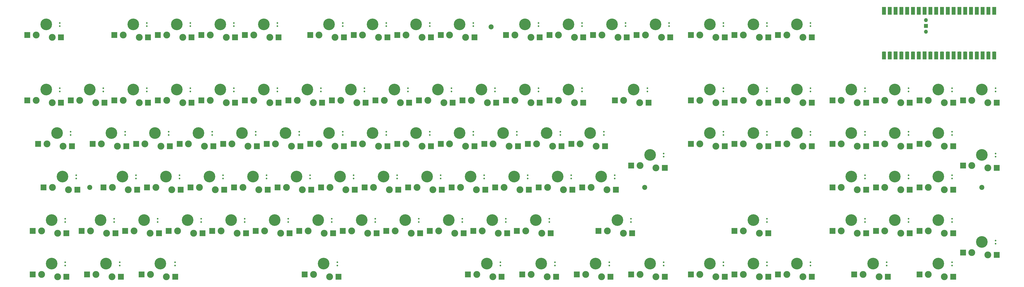
<source format=gbr>
%TF.GenerationSoftware,KiCad,Pcbnew,8.0.8*%
%TF.CreationDate,2025-04-08T21:15:21+02:00*%
%TF.ProjectId,TP-Board-iso105,54502d42-6f61-4726-942d-69736f313035,rev?*%
%TF.SameCoordinates,Original*%
%TF.FileFunction,Soldermask,Bot*%
%TF.FilePolarity,Negative*%
%FSLAX46Y46*%
G04 Gerber Fmt 4.6, Leading zero omitted, Abs format (unit mm)*
G04 Created by KiCad (PCBNEW 8.0.8) date 2025-04-08 21:15:21*
%MOMM*%
%LPD*%
G01*
G04 APERTURE LIST*
G04 Aperture macros list*
%AMRoundRect*
0 Rectangle with rounded corners*
0 $1 Rounding radius*
0 $2 $3 $4 $5 $6 $7 $8 $9 X,Y pos of 4 corners*
0 Add a 4 corners polygon primitive as box body*
4,1,4,$2,$3,$4,$5,$6,$7,$8,$9,$2,$3,0*
0 Add four circle primitives for the rounded corners*
1,1,$1+$1,$2,$3*
1,1,$1+$1,$4,$5*
1,1,$1+$1,$6,$7*
1,1,$1+$1,$8,$9*
0 Add four rect primitives between the rounded corners*
20,1,$1+$1,$2,$3,$4,$5,0*
20,1,$1+$1,$4,$5,$6,$7,0*
20,1,$1+$1,$6,$7,$8,$9,0*
20,1,$1+$1,$8,$9,$2,$3,0*%
G04 Aperture macros list end*
%ADD10C,3.000000*%
%ADD11C,5.100000*%
%ADD12R,2.550000X2.550000*%
%ADD13C,2.200000*%
%ADD14RoundRect,0.150000X0.200000X-0.150000X0.200000X0.150000X-0.200000X0.150000X-0.200000X-0.150000X0*%
%ADD15O,1.700000X1.700000*%
%ADD16R,1.700000X3.500000*%
%ADD17R,1.700000X1.700000*%
G04 APERTURE END LIST*
D10*
%TO.C,SW26*%
X205150000Y-71375000D03*
D11*
X209550000Y-66675000D03*
D10*
X212150000Y-72425000D03*
D12*
X201275000Y-71375000D03*
X216025000Y-72425000D03*
%TD*%
D10*
%TO.C,SW71*%
X276587500Y-109475000D03*
D11*
X280987500Y-104775000D03*
D10*
X283587500Y-110525000D03*
D12*
X272712500Y-109475000D03*
X287462500Y-110525000D03*
%TD*%
D10*
%TO.C,SW67*%
X200387500Y-109475000D03*
D11*
X204787500Y-104775000D03*
D10*
X207387500Y-110525000D03*
D12*
X196512500Y-109475000D03*
X211262500Y-110525000D03*
%TD*%
D10*
%TO.C,SW42*%
X119425000Y-90425000D03*
D11*
X123825000Y-85725000D03*
D10*
X126425000Y-91475000D03*
D12*
X115550000Y-90425000D03*
X130300000Y-91475000D03*
%TD*%
D10*
%TO.C,SW66*%
X181337500Y-109475000D03*
D11*
X185737500Y-104775000D03*
D10*
X188337500Y-110525000D03*
D12*
X177462500Y-109475000D03*
X192212500Y-110525000D03*
%TD*%
D10*
%TO.C,SW21*%
X109900000Y-71375000D03*
D11*
X114300000Y-66675000D03*
D10*
X116900000Y-72425000D03*
D12*
X106025000Y-71375000D03*
X120775000Y-72425000D03*
%TD*%
D10*
%TO.C,SW16*%
X362312500Y-42800000D03*
D11*
X366712500Y-38100000D03*
D10*
X369312500Y-43850000D03*
D12*
X358437500Y-42800000D03*
X373187500Y-43850000D03*
%TD*%
D10*
%TO.C,SW76*%
X57512500Y-128525000D03*
D11*
X61912500Y-123825000D03*
D10*
X64512500Y-129575000D03*
D12*
X53637500Y-128525000D03*
X68387500Y-129575000D03*
%TD*%
D10*
%TO.C,SW58*%
X443275000Y-99950000D03*
D11*
X447675000Y-95250000D03*
D10*
X450275000Y-101000000D03*
D12*
X439400000Y-99950000D03*
X454150000Y-101000000D03*
%TD*%
D10*
%TO.C,SW88*%
X343262500Y-128525000D03*
D11*
X347662500Y-123825000D03*
D10*
X350262500Y-129575000D03*
D12*
X339387500Y-128525000D03*
X354137500Y-129575000D03*
%TD*%
D10*
%TO.C,SW50*%
X271825000Y-90425000D03*
D11*
X276225000Y-85725000D03*
D10*
X278825000Y-91475000D03*
D12*
X267950000Y-90425000D03*
X282700000Y-91475000D03*
%TD*%
D10*
%TO.C,SW87*%
X283731250Y-128525000D03*
D11*
X288131250Y-123825000D03*
D10*
X290731250Y-129575000D03*
D12*
X279856250Y-128525000D03*
X294606250Y-129575000D03*
%TD*%
D10*
%TO.C,SW57*%
X424225000Y-90425000D03*
D11*
X428625000Y-85725000D03*
D10*
X431225000Y-91475000D03*
D12*
X420350000Y-90425000D03*
X435100000Y-91475000D03*
%TD*%
D10*
%TO.C,SW34*%
X386125000Y-71375000D03*
D11*
X390525000Y-66675000D03*
D10*
X393125000Y-72425000D03*
D12*
X382250000Y-71375000D03*
X397000000Y-72425000D03*
%TD*%
D10*
%TO.C,SW14*%
X324212500Y-42800000D03*
D11*
X328612500Y-38100000D03*
D10*
X331212500Y-43850000D03*
D12*
X320337500Y-42800000D03*
X335087500Y-43850000D03*
%TD*%
D10*
%TO.C,SW22*%
X128950000Y-71375000D03*
D11*
X133350000Y-66675000D03*
D10*
X135950000Y-72425000D03*
D12*
X125075000Y-71375000D03*
X139825000Y-72425000D03*
%TD*%
D10*
%TO.C,SW11*%
X262300000Y-42800000D03*
D11*
X266700000Y-38100000D03*
D10*
X269300000Y-43850000D03*
D12*
X258425000Y-42800000D03*
X273175000Y-43850000D03*
%TD*%
D10*
%TO.C,SW12*%
X281350000Y-42800000D03*
D11*
X285750000Y-38100000D03*
D10*
X288350000Y-43850000D03*
D12*
X277475000Y-42800000D03*
X292225000Y-43850000D03*
%TD*%
D10*
%TO.C,SW94*%
X59893750Y-147575000D03*
D11*
X64293750Y-142875000D03*
D10*
X66893750Y-148625000D03*
D12*
X56018750Y-147575000D03*
X70768750Y-148625000D03*
%TD*%
D10*
%TO.C,SW55*%
X386125000Y-90425000D03*
D11*
X390525000Y-85725000D03*
D10*
X393125000Y-91475000D03*
D12*
X382250000Y-90425000D03*
X397000000Y-91475000D03*
%TD*%
D10*
%TO.C,SW83*%
X190862500Y-128525000D03*
D11*
X195262500Y-123825000D03*
D10*
X197862500Y-129575000D03*
D12*
X186987500Y-128525000D03*
X201737500Y-129575000D03*
%TD*%
D10*
%TO.C,SW5*%
X128950000Y-42800000D03*
D11*
X133350000Y-38100000D03*
D10*
X135950000Y-43850000D03*
D12*
X125075000Y-42800000D03*
X139825000Y-43850000D03*
%TD*%
D10*
%TO.C,SW73*%
X405175000Y-109475000D03*
D11*
X409575000Y-104775000D03*
D10*
X412175000Y-110525000D03*
D12*
X401300000Y-109475000D03*
X416050000Y-110525000D03*
%TD*%
D10*
%TO.C,SW8*%
X195625000Y-42800000D03*
D11*
X200025000Y-38100000D03*
D10*
X202625000Y-43850000D03*
D12*
X191750000Y-42800000D03*
X206500000Y-43850000D03*
%TD*%
D10*
%TO.C,SW86*%
X248012500Y-128525000D03*
D11*
X252412500Y-123825000D03*
D10*
X255012500Y-129575000D03*
D12*
X244137500Y-128525000D03*
X258887500Y-129575000D03*
%TD*%
D10*
%TO.C,SW45*%
X176575000Y-90425000D03*
D11*
X180975000Y-85725000D03*
D10*
X183575000Y-91475000D03*
D12*
X172700000Y-90425000D03*
X187450000Y-91475000D03*
%TD*%
D10*
%TO.C,SW91*%
X424225000Y-128525000D03*
D11*
X428625000Y-123825000D03*
D10*
X431225000Y-129575000D03*
D12*
X420350000Y-128525000D03*
X435100000Y-129575000D03*
%TD*%
D10*
%TO.C,SW90*%
X405175000Y-128525000D03*
D11*
X409575000Y-123825000D03*
D10*
X412175000Y-129575000D03*
D12*
X401300000Y-128525000D03*
X416050000Y-129575000D03*
%TD*%
D10*
%TO.C,SW92*%
X443275000Y-138050000D03*
D11*
X447675000Y-133350000D03*
D10*
X450275000Y-139100000D03*
D12*
X439400000Y-138050000D03*
X454150000Y-139100000D03*
%TD*%
D10*
%TO.C,SW98*%
X250393750Y-147575000D03*
D11*
X254793750Y-142875000D03*
D10*
X257393750Y-148625000D03*
D12*
X246518750Y-147575000D03*
X261268750Y-148625000D03*
%TD*%
D13*
%TO.C,H2*%
X300037500Y-109537500D03*
%TD*%
D10*
%TO.C,SW37*%
X443275000Y-71375000D03*
D11*
X447675000Y-66675000D03*
D10*
X450275000Y-72425000D03*
D12*
X439400000Y-71375000D03*
X454150000Y-72425000D03*
%TD*%
D10*
%TO.C,SW62*%
X105137500Y-109475000D03*
D11*
X109537500Y-104775000D03*
D10*
X112137500Y-110525000D03*
D12*
X101262500Y-109475000D03*
X116012500Y-110525000D03*
%TD*%
D10*
%TO.C,SW7*%
X176575000Y-42800000D03*
D11*
X180975000Y-38100000D03*
D10*
X183575000Y-43850000D03*
D12*
X172700000Y-42800000D03*
X187450000Y-43850000D03*
%TD*%
D10*
%TO.C,SW3*%
X90850000Y-42800000D03*
D11*
X95250000Y-38100000D03*
D10*
X97850000Y-43850000D03*
D12*
X86975000Y-42800000D03*
X101725000Y-43850000D03*
%TD*%
D10*
%TO.C,SW65*%
X162287500Y-109475000D03*
D11*
X166687500Y-104775000D03*
D10*
X169287500Y-110525000D03*
D12*
X158412500Y-109475000D03*
X173162500Y-110525000D03*
%TD*%
D10*
%TO.C,SW46*%
X195625000Y-90425000D03*
D11*
X200025000Y-85725000D03*
D10*
X202625000Y-91475000D03*
D12*
X191750000Y-90425000D03*
X206500000Y-91475000D03*
%TD*%
D10*
%TO.C,SW49*%
X252775000Y-90425000D03*
D11*
X257175000Y-85725000D03*
D10*
X259775000Y-91475000D03*
D12*
X248900000Y-90425000D03*
X263650000Y-91475000D03*
%TD*%
D10*
%TO.C,SW33*%
X362312500Y-71375000D03*
D11*
X366712500Y-66675000D03*
D10*
X369312500Y-72425000D03*
D12*
X358437500Y-71375000D03*
X373187500Y-72425000D03*
%TD*%
D10*
%TO.C,SW103*%
X362312500Y-147575000D03*
D11*
X366712500Y-142875000D03*
D10*
X369312500Y-148625000D03*
D12*
X358437500Y-147575000D03*
X373187500Y-148625000D03*
%TD*%
D10*
%TO.C,SW63*%
X124187500Y-109475000D03*
D11*
X128587500Y-104775000D03*
D10*
X131187500Y-110525000D03*
D12*
X120312500Y-109475000D03*
X135062500Y-110525000D03*
%TD*%
D10*
%TO.C,SW43*%
X138475000Y-90425000D03*
D11*
X142875000Y-85725000D03*
D10*
X145475000Y-91475000D03*
D12*
X134600000Y-90425000D03*
X149350000Y-91475000D03*
%TD*%
D10*
%TO.C,SW53*%
X343262500Y-90425000D03*
D11*
X347662500Y-85725000D03*
D10*
X350262500Y-91475000D03*
D12*
X339387500Y-90425000D03*
X354137500Y-91475000D03*
%TD*%
D10*
%TO.C,SW61*%
X86087500Y-109475000D03*
D11*
X90487500Y-104775000D03*
D10*
X93087500Y-110525000D03*
D12*
X82212500Y-109475000D03*
X96962500Y-110525000D03*
%TD*%
D10*
%TO.C,SW36*%
X424225000Y-71375000D03*
D11*
X428625000Y-66675000D03*
D10*
X431225000Y-72425000D03*
D12*
X420350000Y-71375000D03*
X435100000Y-72425000D03*
%TD*%
D10*
%TO.C,SW35*%
X405175000Y-71375000D03*
D11*
X409575000Y-66675000D03*
D10*
X412175000Y-72425000D03*
D12*
X401300000Y-71375000D03*
X416050000Y-72425000D03*
%TD*%
D10*
%TO.C,SW25*%
X186100000Y-71375000D03*
D11*
X190500000Y-66675000D03*
D10*
X193100000Y-72425000D03*
D12*
X182225000Y-71375000D03*
X196975000Y-72425000D03*
%TD*%
D10*
%TO.C,SW97*%
X226581250Y-147575000D03*
D11*
X230981250Y-142875000D03*
D10*
X233581250Y-148625000D03*
D12*
X222706250Y-147575000D03*
X237456250Y-148625000D03*
%TD*%
D10*
%TO.C,SW93*%
X36081250Y-147575000D03*
D11*
X40481250Y-142875000D03*
D10*
X43081250Y-148625000D03*
D12*
X32206250Y-147575000D03*
X46956250Y-148625000D03*
%TD*%
D10*
%TO.C,SW39*%
X62275000Y-90425000D03*
D11*
X66675000Y-85725000D03*
D10*
X69275000Y-91475000D03*
D12*
X58400000Y-90425000D03*
X73150000Y-91475000D03*
%TD*%
D10*
%TO.C,SW31*%
X324212500Y-71375000D03*
D11*
X328612500Y-66675000D03*
D10*
X331212500Y-72425000D03*
D12*
X320337500Y-71375000D03*
X335087500Y-72425000D03*
%TD*%
D10*
%TO.C,SW47*%
X214675000Y-90425000D03*
D11*
X219075000Y-85725000D03*
D10*
X221675000Y-91475000D03*
D12*
X210800000Y-90425000D03*
X225550000Y-91475000D03*
%TD*%
D10*
%TO.C,SW60*%
X67037500Y-109475000D03*
D11*
X71437500Y-104775000D03*
D10*
X74037500Y-110525000D03*
D12*
X63162500Y-109475000D03*
X77912500Y-110525000D03*
%TD*%
D10*
%TO.C,SW29*%
X262300000Y-71375000D03*
D11*
X266700000Y-66675000D03*
D10*
X269300000Y-72425000D03*
D12*
X258425000Y-71375000D03*
X273175000Y-72425000D03*
%TD*%
D10*
%TO.C,SW6*%
X157525000Y-42800000D03*
D11*
X161925000Y-38100000D03*
D10*
X164525000Y-43850000D03*
D12*
X153650000Y-42800000D03*
X168400000Y-43850000D03*
%TD*%
D10*
%TO.C,SW13*%
X300400000Y-42800000D03*
D11*
X304800000Y-38100000D03*
D10*
X307400000Y-43850000D03*
D12*
X296525000Y-42800000D03*
X311275000Y-43850000D03*
%TD*%
D10*
%TO.C,SW17*%
X33700000Y-71375000D03*
D11*
X38100000Y-66675000D03*
D10*
X40700000Y-72425000D03*
D12*
X29825000Y-71375000D03*
X44575000Y-72425000D03*
%TD*%
D10*
%TO.C,SW105*%
X424225000Y-147575000D03*
D11*
X428625000Y-142875000D03*
D10*
X431225000Y-148625000D03*
D12*
X420350000Y-147575000D03*
X435100000Y-148625000D03*
%TD*%
D10*
%TO.C,SW18*%
X52750000Y-71375000D03*
D11*
X57150000Y-66675000D03*
D10*
X59750000Y-72425000D03*
D12*
X48875000Y-71375000D03*
X63625000Y-72425000D03*
%TD*%
D10*
%TO.C,SW54*%
X362312500Y-90425000D03*
D11*
X366712500Y-85725000D03*
D10*
X369312500Y-91475000D03*
D12*
X358437500Y-90425000D03*
X373187500Y-91475000D03*
%TD*%
D10*
%TO.C,SW69*%
X238487500Y-109475000D03*
D11*
X242887500Y-104775000D03*
D10*
X245487500Y-110525000D03*
D12*
X234612500Y-109475000D03*
X249362500Y-110525000D03*
%TD*%
D10*
%TO.C,SW79*%
X114662500Y-128525000D03*
D11*
X119062500Y-123825000D03*
D10*
X121662500Y-129575000D03*
D12*
X110787500Y-128525000D03*
X125537500Y-129575000D03*
%TD*%
D10*
%TO.C,SW74*%
X424225000Y-109475000D03*
D11*
X428625000Y-104775000D03*
D10*
X431225000Y-110525000D03*
D12*
X420350000Y-109475000D03*
X435100000Y-110525000D03*
%TD*%
D10*
%TO.C,SW75*%
X36081250Y-128525000D03*
D11*
X40481250Y-123825000D03*
D10*
X43081250Y-129575000D03*
D12*
X32206250Y-128525000D03*
X46956250Y-129575000D03*
%TD*%
D10*
%TO.C,SW51*%
X298018750Y-99950000D03*
D11*
X302418750Y-95250000D03*
D10*
X305018750Y-101000000D03*
D12*
X294143750Y-99950000D03*
X308893750Y-101000000D03*
%TD*%
D10*
%TO.C,SW20*%
X90850000Y-71375000D03*
D11*
X95250000Y-66675000D03*
D10*
X97850000Y-72425000D03*
D12*
X86975000Y-71375000D03*
X101725000Y-72425000D03*
%TD*%
D10*
%TO.C,SW64*%
X143237500Y-109475000D03*
D11*
X147637500Y-104775000D03*
D10*
X150237500Y-110525000D03*
D12*
X139362500Y-109475000D03*
X154112500Y-110525000D03*
%TD*%
D10*
%TO.C,SW38*%
X38462500Y-90425000D03*
D11*
X42862500Y-85725000D03*
D10*
X45462500Y-91475000D03*
D12*
X34587500Y-90425000D03*
X49337500Y-91475000D03*
%TD*%
D10*
%TO.C,SW24*%
X167050000Y-71375000D03*
D11*
X171450000Y-66675000D03*
D10*
X174050000Y-72425000D03*
D12*
X163175000Y-71375000D03*
X177925000Y-72425000D03*
%TD*%
D13*
%TO.C,H1*%
X57150000Y-109537500D03*
%TD*%
%TO.C,H3*%
X447675000Y-109537500D03*
%TD*%
D10*
%TO.C,SW89*%
X386125000Y-128525000D03*
D11*
X390525000Y-123825000D03*
D10*
X393125000Y-129575000D03*
D12*
X382250000Y-128525000D03*
X397000000Y-129575000D03*
%TD*%
D10*
%TO.C,SW10*%
X243250000Y-42800000D03*
D11*
X247650000Y-38100000D03*
D10*
X250250000Y-43850000D03*
D12*
X239375000Y-42800000D03*
X254125000Y-43850000D03*
%TD*%
D10*
%TO.C,SW84*%
X209912500Y-128525000D03*
D11*
X214312500Y-123825000D03*
D10*
X216912500Y-129575000D03*
D12*
X206037500Y-128525000D03*
X220787500Y-129575000D03*
%TD*%
D10*
%TO.C,SW28*%
X243250000Y-71375000D03*
D11*
X247650000Y-66675000D03*
D10*
X250250000Y-72425000D03*
D12*
X239375000Y-71375000D03*
X254125000Y-72425000D03*
%TD*%
D10*
%TO.C,SW82*%
X171812500Y-128525000D03*
D11*
X176212500Y-123825000D03*
D10*
X178812500Y-129575000D03*
D12*
X167937500Y-128525000D03*
X182687500Y-129575000D03*
%TD*%
D10*
%TO.C,SW48*%
X233725000Y-90425000D03*
D11*
X238125000Y-85725000D03*
D10*
X240725000Y-91475000D03*
D12*
X229850000Y-90425000D03*
X244600000Y-91475000D03*
%TD*%
D10*
%TO.C,SW70*%
X257537500Y-109475000D03*
D11*
X261937500Y-104775000D03*
D10*
X264537500Y-110525000D03*
D12*
X253662500Y-109475000D03*
X268412500Y-110525000D03*
%TD*%
D10*
%TO.C,SW102*%
X343262500Y-147575000D03*
D11*
X347662500Y-142875000D03*
D10*
X350262500Y-148625000D03*
D12*
X339387500Y-147575000D03*
X354137500Y-148625000D03*
%TD*%
D10*
%TO.C,SW44*%
X157525000Y-90425000D03*
D11*
X161925000Y-85725000D03*
D10*
X164525000Y-91475000D03*
D12*
X153650000Y-90425000D03*
X168400000Y-91475000D03*
%TD*%
D10*
%TO.C,SW27*%
X224200000Y-71375000D03*
D11*
X228600000Y-66675000D03*
D10*
X231200000Y-72425000D03*
D12*
X220325000Y-71375000D03*
X235075000Y-72425000D03*
%TD*%
D10*
%TO.C,SW95*%
X83706250Y-147575000D03*
D11*
X88106250Y-142875000D03*
D10*
X90706250Y-148625000D03*
D12*
X79831250Y-147575000D03*
X94581250Y-148625000D03*
%TD*%
D10*
%TO.C,SW68*%
X219437500Y-109475000D03*
D11*
X223837500Y-104775000D03*
D10*
X226437500Y-110525000D03*
D12*
X215562500Y-109475000D03*
X230312500Y-110525000D03*
%TD*%
D10*
%TO.C,SW104*%
X395650000Y-147575000D03*
D11*
X400050000Y-142875000D03*
D10*
X402650000Y-148625000D03*
D12*
X391775000Y-147575000D03*
X406525000Y-148625000D03*
%TD*%
D10*
%TO.C,SW78*%
X95612500Y-128525000D03*
D11*
X100012500Y-123825000D03*
D10*
X102612500Y-129575000D03*
D12*
X91737500Y-128525000D03*
X106487500Y-129575000D03*
%TD*%
D10*
%TO.C,SW23*%
X148000000Y-71375000D03*
D11*
X152400000Y-66675000D03*
D10*
X155000000Y-72425000D03*
D12*
X144125000Y-71375000D03*
X158875000Y-72425000D03*
%TD*%
D10*
%TO.C,SW77*%
X76562500Y-128525000D03*
D11*
X80962500Y-123825000D03*
D10*
X83562500Y-129575000D03*
D12*
X72687500Y-128525000D03*
X87437500Y-129575000D03*
%TD*%
D10*
%TO.C,SW4*%
X109900000Y-42800000D03*
D11*
X114300000Y-38100000D03*
D10*
X116900000Y-43850000D03*
D12*
X106025000Y-42800000D03*
X120775000Y-43850000D03*
%TD*%
D10*
%TO.C,SW96*%
X155143750Y-147575000D03*
D11*
X159543750Y-142875000D03*
D10*
X162143750Y-148625000D03*
D12*
X151268750Y-147575000D03*
X166018750Y-148625000D03*
%TD*%
D13*
%TO.C,H4*%
X232850000Y-39225000D03*
%TD*%
D10*
%TO.C,SW40*%
X81325000Y-90425000D03*
D11*
X85725000Y-85725000D03*
D10*
X88325000Y-91475000D03*
D12*
X77450000Y-90425000D03*
X92200000Y-91475000D03*
%TD*%
D10*
%TO.C,SW9*%
X214675000Y-42800000D03*
D11*
X219075000Y-38100000D03*
D10*
X221675000Y-43850000D03*
D12*
X210800000Y-42800000D03*
X225550000Y-43850000D03*
%TD*%
D10*
%TO.C,SW56*%
X405175000Y-90425000D03*
D11*
X409575000Y-85725000D03*
D10*
X412175000Y-91475000D03*
D12*
X401300000Y-90425000D03*
X416050000Y-91475000D03*
%TD*%
D10*
%TO.C,SW19*%
X71800000Y-71375000D03*
D11*
X76200000Y-66675000D03*
D10*
X78800000Y-72425000D03*
D12*
X67925000Y-71375000D03*
X82675000Y-72425000D03*
%TD*%
D10*
%TO.C,SW81*%
X152762500Y-128525000D03*
D11*
X157162500Y-123825000D03*
D10*
X159762500Y-129575000D03*
D12*
X148887500Y-128525000D03*
X163637500Y-129575000D03*
%TD*%
D10*
%TO.C,SW30*%
X290875000Y-71375000D03*
D11*
X295275000Y-66675000D03*
D10*
X297875000Y-72425000D03*
D12*
X287000000Y-71375000D03*
X301750000Y-72425000D03*
%TD*%
D10*
%TO.C,SW100*%
X298018750Y-147575000D03*
D11*
X302418750Y-142875000D03*
D10*
X305018750Y-148625000D03*
D12*
X294143750Y-147575000D03*
X308893750Y-148625000D03*
%TD*%
D10*
%TO.C,SW72*%
X386125000Y-109475000D03*
D11*
X390525000Y-104775000D03*
D10*
X393125000Y-110525000D03*
D12*
X382250000Y-109475000D03*
X397000000Y-110525000D03*
%TD*%
D10*
%TO.C,SW80*%
X133712500Y-128525000D03*
D11*
X138112500Y-123825000D03*
D10*
X140712500Y-129575000D03*
D12*
X129837500Y-128525000D03*
X144587500Y-129575000D03*
%TD*%
D10*
%TO.C,SW101*%
X324212500Y-147575000D03*
D11*
X328612500Y-142875000D03*
D10*
X331212500Y-148625000D03*
D12*
X320337500Y-147575000D03*
X335087500Y-148625000D03*
%TD*%
D10*
%TO.C,SW15*%
X343262500Y-42800000D03*
D11*
X347662500Y-38100000D03*
D10*
X350262500Y-43850000D03*
D12*
X339387500Y-42800000D03*
X354137500Y-43850000D03*
%TD*%
D10*
%TO.C,SW2*%
X71800000Y-42800000D03*
D11*
X76200000Y-38100000D03*
D10*
X78800000Y-43850000D03*
D12*
X67925000Y-42800000D03*
X82675000Y-43850000D03*
%TD*%
D10*
%TO.C,SW59*%
X40843750Y-109475000D03*
D11*
X45243750Y-104775000D03*
D10*
X47843750Y-110525000D03*
D12*
X36968750Y-109475000D03*
X51718750Y-110525000D03*
%TD*%
D10*
%TO.C,SW1*%
X33700000Y-42800000D03*
D11*
X38100000Y-38100000D03*
D10*
X40700000Y-43850000D03*
D12*
X29825000Y-42800000D03*
X44575000Y-43850000D03*
%TD*%
D10*
%TO.C,SW99*%
X274206250Y-147575000D03*
D11*
X278606250Y-142875000D03*
D10*
X281206250Y-148625000D03*
D12*
X270331250Y-147575000D03*
X285081250Y-148625000D03*
%TD*%
D10*
%TO.C,SW41*%
X100375000Y-90425000D03*
D11*
X104775000Y-85725000D03*
D10*
X107375000Y-91475000D03*
D12*
X96500000Y-90425000D03*
X111250000Y-91475000D03*
%TD*%
D10*
%TO.C,SW32*%
X343262500Y-71375000D03*
D11*
X347662500Y-66675000D03*
D10*
X350262500Y-72425000D03*
D12*
X339387500Y-71375000D03*
X354137500Y-72425000D03*
%TD*%
D10*
%TO.C,SW85*%
X228962500Y-128525000D03*
D11*
X233362500Y-123825000D03*
D10*
X235962500Y-129575000D03*
D12*
X225087500Y-128525000D03*
X239837500Y-129575000D03*
%TD*%
D10*
%TO.C,SW52*%
X324212500Y-90425000D03*
D11*
X328612500Y-85725000D03*
D10*
X331212500Y-91475000D03*
D12*
X320337500Y-90425000D03*
X335087500Y-91475000D03*
%TD*%
D14*
%TO.C,D15*%
X353618750Y-37525000D03*
X353618750Y-38925000D03*
%TD*%
%TO.C,D75*%
X46437500Y-123250000D03*
X46437500Y-124650000D03*
%TD*%
%TO.C,D63*%
X134543750Y-104200000D03*
X134543750Y-105600000D03*
%TD*%
%TO.C,D28*%
X253606250Y-66100000D03*
X253606250Y-67500000D03*
%TD*%
%TO.C,D3*%
X101206250Y-37525000D03*
X101206250Y-38925000D03*
%TD*%
%TO.C,D76*%
X67868750Y-123250000D03*
X67868750Y-124650000D03*
%TD*%
%TO.C,D29*%
X272656250Y-66100000D03*
X272656250Y-67500000D03*
%TD*%
%TO.C,D27*%
X234556250Y-66100000D03*
X234556250Y-67500000D03*
%TD*%
%TO.C,D62*%
X115493750Y-104200000D03*
X115493750Y-105600000D03*
%TD*%
%TO.C,D77*%
X86918750Y-123250000D03*
X86918750Y-124650000D03*
%TD*%
%TO.C,D35*%
X415531250Y-66100000D03*
X415531250Y-67500000D03*
%TD*%
%TO.C,D17*%
X44056250Y-66100000D03*
X44056250Y-67500000D03*
%TD*%
%TO.C,D101*%
X334568750Y-142300000D03*
X334568750Y-143700000D03*
%TD*%
%TO.C,D37*%
X453631250Y-66100000D03*
X453631250Y-67500000D03*
%TD*%
%TO.C,D14*%
X334568750Y-37525000D03*
X334568750Y-38925000D03*
%TD*%
%TO.C,D4*%
X120256250Y-37525000D03*
X120256250Y-38925000D03*
%TD*%
%TO.C,D59*%
X51200000Y-104200000D03*
X51200000Y-105600000D03*
%TD*%
%TO.C,D83*%
X201218750Y-123250000D03*
X201218750Y-124650000D03*
%TD*%
%TO.C,D105*%
X434581250Y-142300000D03*
X434581250Y-143700000D03*
%TD*%
%TO.C,D91*%
X434581250Y-123250000D03*
X434581250Y-124650000D03*
%TD*%
%TO.C,D64*%
X153593750Y-104200000D03*
X153593750Y-105600000D03*
%TD*%
%TO.C,D72*%
X396481250Y-104200000D03*
X396481250Y-105600000D03*
%TD*%
%TO.C,D99*%
X284562500Y-142300000D03*
X284562500Y-143700000D03*
%TD*%
%TO.C,D6*%
X167881250Y-37525000D03*
X167881250Y-38925000D03*
%TD*%
%TO.C,D25*%
X196456250Y-66100000D03*
X196456250Y-67500000D03*
%TD*%
%TO.C,D85*%
X239318750Y-123250000D03*
X239318750Y-124650000D03*
%TD*%
%TO.C,D11*%
X272656250Y-37525000D03*
X272656250Y-38925000D03*
%TD*%
%TO.C,D102*%
X353618750Y-142300000D03*
X353618750Y-143700000D03*
%TD*%
%TO.C,D100*%
X308375000Y-142300000D03*
X308375000Y-143700000D03*
%TD*%
%TO.C,D79*%
X125018750Y-123250000D03*
X125018750Y-124650000D03*
%TD*%
%TO.C,D69*%
X248843750Y-104200000D03*
X248843750Y-105600000D03*
%TD*%
%TO.C,D26*%
X215506250Y-66100000D03*
X215506250Y-67500000D03*
%TD*%
%TO.C,D18*%
X63106250Y-66100000D03*
X63106250Y-67500000D03*
%TD*%
%TO.C,D90*%
X415531250Y-123250000D03*
X415531250Y-124650000D03*
%TD*%
%TO.C,D66*%
X191693750Y-104200000D03*
X191693750Y-105600000D03*
%TD*%
%TO.C,D34*%
X396481250Y-66100000D03*
X396481250Y-67500000D03*
%TD*%
%TO.C,D58*%
X453631250Y-94675000D03*
X453631250Y-96075000D03*
%TD*%
%TO.C,D61*%
X96443750Y-104200000D03*
X96443750Y-105600000D03*
%TD*%
%TO.C,D36*%
X434581250Y-66100000D03*
X434581250Y-67500000D03*
%TD*%
%TO.C,D10*%
X253606250Y-37525000D03*
X253606250Y-38925000D03*
%TD*%
%TO.C,D38*%
X48818750Y-85150000D03*
X48818750Y-86550000D03*
%TD*%
D15*
%TO.C,U1*%
X453035000Y-50870000D03*
D16*
X453035000Y-51770000D03*
D15*
X450495000Y-50870000D03*
D16*
X450495000Y-51770000D03*
D17*
X447955000Y-50870000D03*
D16*
X447955000Y-51770000D03*
D15*
X445415000Y-50870000D03*
D16*
X445415000Y-51770000D03*
D15*
X442875000Y-50870000D03*
D16*
X442875000Y-51770000D03*
D15*
X440335000Y-50870000D03*
D16*
X440335000Y-51770000D03*
D15*
X437795000Y-50870000D03*
D16*
X437795000Y-51770000D03*
D17*
X435255000Y-50870000D03*
D16*
X435255000Y-51770000D03*
D15*
X432715000Y-50870000D03*
D16*
X432715000Y-51770000D03*
D15*
X430175000Y-50870000D03*
D16*
X430175000Y-51770000D03*
D15*
X427635000Y-50870000D03*
D16*
X427635000Y-51770000D03*
D15*
X425095000Y-50870000D03*
D16*
X425095000Y-51770000D03*
D17*
X422555000Y-50870000D03*
D16*
X422555000Y-51770000D03*
D15*
X420015000Y-50870000D03*
D16*
X420015000Y-51770000D03*
D15*
X417475000Y-50870000D03*
D16*
X417475000Y-51770000D03*
D15*
X414935000Y-50870000D03*
D16*
X414935000Y-51770000D03*
D15*
X412395000Y-50870000D03*
D16*
X412395000Y-51770000D03*
D17*
X409855000Y-50870000D03*
D16*
X409855000Y-51770000D03*
D15*
X407315000Y-50870000D03*
D16*
X407315000Y-51770000D03*
D15*
X404775000Y-50870000D03*
D16*
X404775000Y-51770000D03*
D15*
X404775000Y-33090000D03*
D16*
X404775000Y-32190000D03*
D15*
X407315000Y-33090000D03*
D16*
X407315000Y-32190000D03*
D17*
X409855000Y-33090000D03*
D16*
X409855000Y-32190000D03*
D15*
X412395000Y-33090000D03*
D16*
X412395000Y-32190000D03*
D15*
X414935000Y-33090000D03*
D16*
X414935000Y-32190000D03*
D15*
X417475000Y-33090000D03*
D16*
X417475000Y-32190000D03*
D15*
X420015000Y-33090000D03*
D16*
X420015000Y-32190000D03*
D17*
X422555000Y-33090000D03*
D16*
X422555000Y-32190000D03*
D15*
X425095000Y-33090000D03*
D16*
X425095000Y-32190000D03*
D15*
X427635000Y-33090000D03*
D16*
X427635000Y-32190000D03*
D15*
X430175000Y-33090000D03*
D16*
X430175000Y-32190000D03*
D15*
X432715000Y-33090000D03*
D16*
X432715000Y-32190000D03*
D17*
X435255000Y-33090000D03*
D16*
X435255000Y-32190000D03*
D15*
X437795000Y-33090000D03*
D16*
X437795000Y-32190000D03*
D15*
X440335000Y-33090000D03*
D16*
X440335000Y-32190000D03*
D15*
X442875000Y-33090000D03*
D16*
X442875000Y-32190000D03*
D15*
X445415000Y-33090000D03*
D16*
X445415000Y-32190000D03*
D17*
X447955000Y-33090000D03*
D16*
X447955000Y-32190000D03*
D15*
X450495000Y-33090000D03*
D16*
X450495000Y-32190000D03*
D15*
X453035000Y-33090000D03*
D16*
X453035000Y-32190000D03*
D15*
X423205000Y-41360000D03*
D17*
X423205000Y-38820000D03*
D15*
X423205000Y-36280000D03*
%TD*%
D14*
%TO.C,D82*%
X182168750Y-123250000D03*
X182168750Y-124650000D03*
%TD*%
%TO.C,D45*%
X186931250Y-85150000D03*
X186931250Y-86550000D03*
%TD*%
%TO.C,D41*%
X110731250Y-85150000D03*
X110731250Y-86550000D03*
%TD*%
%TO.C,D19*%
X82156250Y-66100000D03*
X82156250Y-67500000D03*
%TD*%
%TO.C,D44*%
X167881250Y-85150000D03*
X167881250Y-86550000D03*
%TD*%
%TO.C,D78*%
X105968750Y-123250000D03*
X105968750Y-124650000D03*
%TD*%
%TO.C,D74*%
X434581250Y-104200000D03*
X434581250Y-105600000D03*
%TD*%
%TO.C,D32*%
X353618750Y-66100000D03*
X353618750Y-67500000D03*
%TD*%
%TO.C,D48*%
X244081250Y-85150000D03*
X244081250Y-86550000D03*
%TD*%
%TO.C,D68*%
X229793750Y-104200000D03*
X229793750Y-105600000D03*
%TD*%
%TO.C,D94*%
X70250000Y-142300000D03*
X70250000Y-143700000D03*
%TD*%
%TO.C,D51*%
X308375000Y-94675000D03*
X308375000Y-96075000D03*
%TD*%
%TO.C,D87*%
X294087500Y-123250000D03*
X294087500Y-124650000D03*
%TD*%
%TO.C,D9*%
X225031250Y-37525000D03*
X225031250Y-38925000D03*
%TD*%
%TO.C,D71*%
X286943750Y-104200000D03*
X286943750Y-105600000D03*
%TD*%
%TO.C,D70*%
X267893750Y-104200000D03*
X267893750Y-105600000D03*
%TD*%
%TO.C,D89*%
X396481250Y-123250000D03*
X396481250Y-124650000D03*
%TD*%
%TO.C,D31*%
X334568750Y-66100000D03*
X334568750Y-67500000D03*
%TD*%
%TO.C,D55*%
X396481250Y-85150000D03*
X396481250Y-86550000D03*
%TD*%
%TO.C,D12*%
X291706250Y-37525000D03*
X291706250Y-38925000D03*
%TD*%
%TO.C,D52*%
X334568750Y-85150000D03*
X334568750Y-86550000D03*
%TD*%
%TO.C,D40*%
X91681250Y-85150000D03*
X91681250Y-86550000D03*
%TD*%
%TO.C,D8*%
X205981250Y-37525000D03*
X205981250Y-38925000D03*
%TD*%
%TO.C,D2*%
X82156250Y-37525000D03*
X82156250Y-38925000D03*
%TD*%
%TO.C,D13*%
X310756250Y-37525000D03*
X310756250Y-38925000D03*
%TD*%
%TO.C,D95*%
X94500000Y-142300000D03*
X94500000Y-143700000D03*
%TD*%
%TO.C,D104*%
X406006250Y-142300000D03*
X406006250Y-143700000D03*
%TD*%
%TO.C,D56*%
X415531250Y-85150000D03*
X415531250Y-86550000D03*
%TD*%
%TO.C,D81*%
X163118750Y-123250000D03*
X163118750Y-124650000D03*
%TD*%
%TO.C,D97*%
X236937500Y-142300000D03*
X236937500Y-143700000D03*
%TD*%
%TO.C,D5*%
X139306250Y-37525000D03*
X139306250Y-38925000D03*
%TD*%
%TO.C,D86*%
X258368750Y-123250000D03*
X258368750Y-124650000D03*
%TD*%
%TO.C,D24*%
X177406250Y-66100000D03*
X177406250Y-67500000D03*
%TD*%
%TO.C,D88*%
X353618750Y-123250000D03*
X353618750Y-124650000D03*
%TD*%
%TO.C,D84*%
X220268750Y-123250000D03*
X220268750Y-124650000D03*
%TD*%
%TO.C,D54*%
X372668750Y-85150000D03*
X372668750Y-86550000D03*
%TD*%
%TO.C,D98*%
X260750000Y-142300000D03*
X260750000Y-143700000D03*
%TD*%
%TO.C,D43*%
X148831250Y-85150000D03*
X148831250Y-86550000D03*
%TD*%
%TO.C,D33*%
X372668750Y-66100000D03*
X372668750Y-67500000D03*
%TD*%
%TO.C,D60*%
X77393750Y-104200000D03*
X77393750Y-105600000D03*
%TD*%
%TO.C,D49*%
X263131250Y-85150000D03*
X263131250Y-86550000D03*
%TD*%
%TO.C,D46*%
X205981250Y-85150000D03*
X205981250Y-86550000D03*
%TD*%
%TO.C,D65*%
X172643750Y-104200000D03*
X172643750Y-105600000D03*
%TD*%
%TO.C,D103*%
X372668750Y-142300000D03*
X372668750Y-143700000D03*
%TD*%
%TO.C,D7*%
X186931250Y-37525000D03*
X186931250Y-38925000D03*
%TD*%
%TO.C,D50*%
X282181250Y-85150000D03*
X282181250Y-86550000D03*
%TD*%
%TO.C,D23*%
X158356250Y-66100000D03*
X158356250Y-67500000D03*
%TD*%
%TO.C,D30*%
X301231250Y-66100000D03*
X301231250Y-67500000D03*
%TD*%
%TO.C,D20*%
X101206250Y-66100000D03*
X101206250Y-67500000D03*
%TD*%
%TO.C,D80*%
X144068750Y-123250000D03*
X144068750Y-124650000D03*
%TD*%
%TO.C,D16*%
X372668750Y-37525000D03*
X372668750Y-38925000D03*
%TD*%
%TO.C,D96*%
X165500000Y-142300000D03*
X165500000Y-143700000D03*
%TD*%
%TO.C,D93*%
X46437500Y-142300000D03*
X46437500Y-143700000D03*
%TD*%
%TO.C,D73*%
X415531250Y-104200000D03*
X415531250Y-105600000D03*
%TD*%
%TO.C,D22*%
X139306250Y-66100000D03*
X139306250Y-67500000D03*
%TD*%
%TO.C,D53*%
X353618750Y-85150000D03*
X353618750Y-86550000D03*
%TD*%
%TO.C,D1*%
X44056250Y-37525000D03*
X44056250Y-38925000D03*
%TD*%
%TO.C,D67*%
X210743750Y-104200000D03*
X210743750Y-105600000D03*
%TD*%
%TO.C,D47*%
X225031250Y-85150000D03*
X225031250Y-86550000D03*
%TD*%
%TO.C,D57*%
X434581250Y-85150000D03*
X434581250Y-86550000D03*
%TD*%
%TO.C,D21*%
X120256250Y-66100000D03*
X120256250Y-67500000D03*
%TD*%
%TO.C,D92*%
X453631250Y-132775000D03*
X453631250Y-134175000D03*
%TD*%
%TO.C,D42*%
X129781250Y-85150000D03*
X129781250Y-86550000D03*
%TD*%
%TO.C,D39*%
X72631250Y-85150000D03*
X72631250Y-86550000D03*
%TD*%
M02*

</source>
